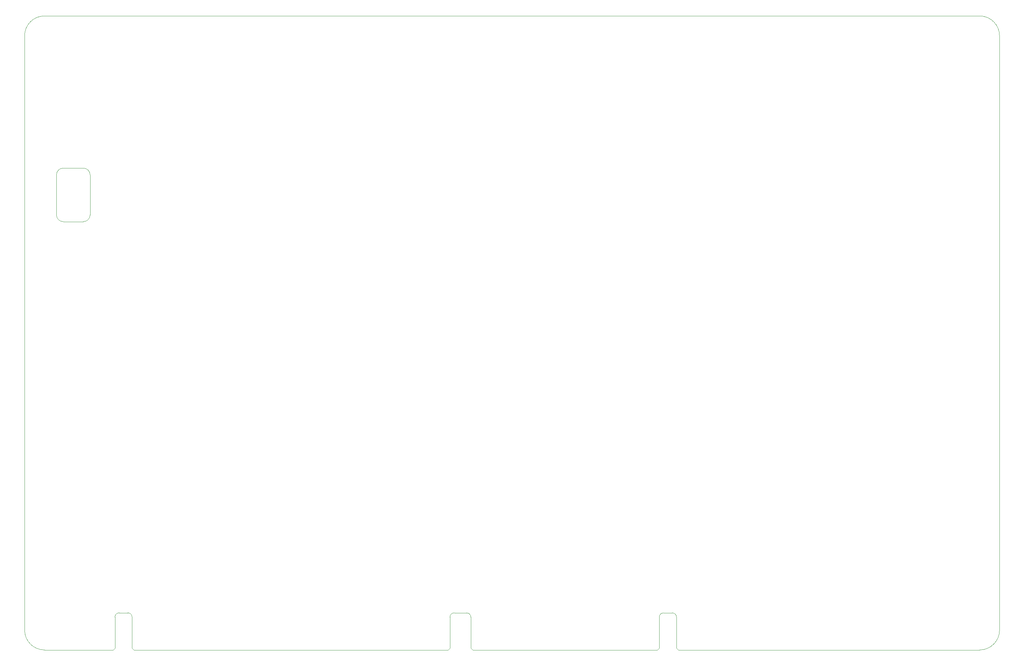
<source format=gm1>
%TF.GenerationSoftware,KiCad,Pcbnew,8.0.5*%
%TF.CreationDate,2024-09-27T10:14:42+02:00*%
%TF.ProjectId,Video Board - Signals,56696465-6f20-4426-9f61-7264202d2053,V0*%
%TF.SameCoordinates,PX18392c0PY1360f00*%
%TF.FileFunction,Profile,NP*%
%FSLAX46Y46*%
G04 Gerber Fmt 4.6, Leading zero omitted, Abs format (unit mm)*
G04 Created by KiCad (PCBNEW 8.0.5) date 2024-09-27 10:14:42*
%MOMM*%
%LPD*%
G01*
G04 APERTURE LIST*
%TA.AperFunction,Profile*%
%ADD10C,0.100000*%
%TD*%
G04 APERTURE END LIST*
D10*
X238006000Y-144145001D02*
X161100000Y-144145000D01*
X-5842000Y-139065000D02*
X-5850000Y12700000D01*
X-5850000Y12700000D02*
G75*
G02*
X-770000Y17780000I5080000J0D01*
G01*
X237997999Y17780000D02*
G75*
G02*
X243078000Y12700000I1J-5080000D01*
G01*
X243086000Y-139065001D02*
G75*
G02*
X238006000Y-144145000I-5080000J1D01*
G01*
X243086000Y-139065001D02*
X243077999Y12700000D01*
X237997999Y17780000D02*
X-770000Y17780000D01*
X16713200Y-144145000D02*
X-762000Y-144145000D01*
X-762000Y-144145000D02*
G75*
G02*
X-5842000Y-139065000I0J5080000D01*
G01*
%TO.C,J5*%
X17213200Y-135732000D02*
X17213200Y-143645000D01*
X17213200Y-143645000D02*
X16713200Y-144145000D01*
X20523200Y-134665201D02*
X18290248Y-134665201D01*
X21600248Y-135732000D02*
X21600248Y-143645000D01*
X21600248Y-143645000D02*
X22100248Y-144145000D01*
X102253248Y-144145000D02*
X22100248Y-144145000D01*
X102753248Y-135745000D02*
X102753248Y-143645000D01*
X102753248Y-143645000D02*
X102253248Y-144145000D01*
X103830296Y-134678201D02*
X107010200Y-134678201D01*
X108087248Y-135745000D02*
X108087248Y-143645000D01*
X108087248Y-143645000D02*
X108587248Y-144145000D01*
X155712248Y-144145000D02*
X108587248Y-144145000D01*
X156212248Y-135745000D02*
X156212248Y-143645000D01*
X156212248Y-143645000D02*
X155712248Y-144145000D01*
X157289296Y-134678201D02*
X159522248Y-134678201D01*
X160599296Y-135745000D02*
X160599296Y-143645000D01*
X160599296Y-143645000D02*
X161099296Y-144145000D01*
X17213200Y-135732000D02*
G75*
G02*
X18290248Y-134665201I1071932J-5133D01*
G01*
X20523200Y-134665201D02*
G75*
G02*
X21600249Y-135732000I5130J-1071919D01*
G01*
X102753248Y-135745000D02*
G75*
G02*
X103830296Y-134678248I1071852J-5100D01*
G01*
X107010200Y-134678201D02*
G75*
G02*
X108087299Y-135745000I5100J-1071999D01*
G01*
X156212248Y-135745000D02*
G75*
G02*
X157289296Y-134678248I1071852J-5100D01*
G01*
X159522248Y-134678201D02*
G75*
G02*
X160599299Y-135745000I5152J-1071899D01*
G01*
%TO.C,B36*%
X2286000Y-33020000D02*
X2286000Y-22822619D01*
X4026619Y-21082000D02*
X9144000Y-21082000D01*
X4026619Y-34760619D02*
X9144000Y-34760619D01*
X10884619Y-22822619D02*
X10884619Y-33020000D01*
X2286000Y-22822619D02*
G75*
G02*
X4026619Y-21082000I1740640J-21D01*
G01*
X4026619Y-34760619D02*
G75*
G02*
X2286001Y-33020000I11J1740629D01*
G01*
X9144000Y-21082000D02*
G75*
G02*
X10884620Y-22822619I-50J-1740670D01*
G01*
X10884619Y-33020000D02*
G75*
G02*
X9144000Y-34760619I-1740649J30D01*
G01*
%TD*%
M02*

</source>
